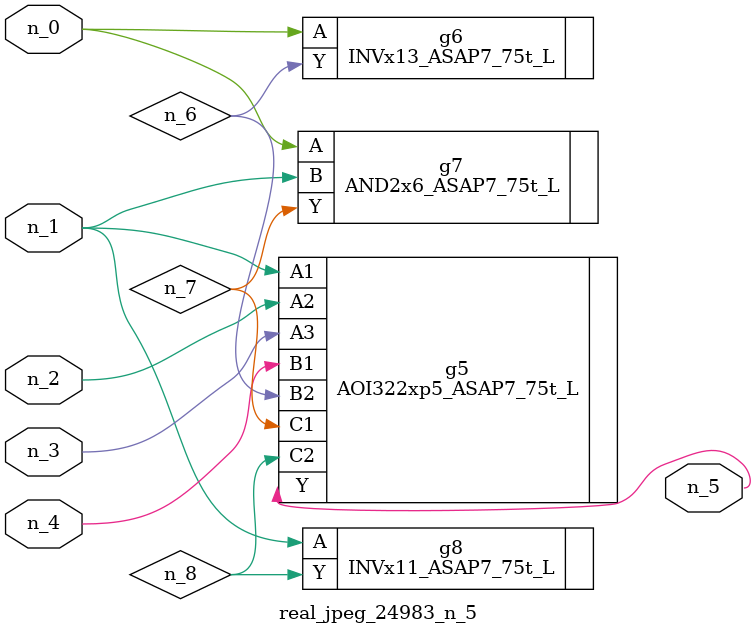
<source format=v>
module real_jpeg_24983_n_5 (n_4, n_0, n_1, n_2, n_3, n_5);

input n_4;
input n_0;
input n_1;
input n_2;
input n_3;

output n_5;

wire n_8;
wire n_6;
wire n_7;

INVx13_ASAP7_75t_L g6 ( 
.A(n_0),
.Y(n_6)
);

AND2x6_ASAP7_75t_L g7 ( 
.A(n_0),
.B(n_1),
.Y(n_7)
);

AOI322xp5_ASAP7_75t_L g5 ( 
.A1(n_1),
.A2(n_2),
.A3(n_3),
.B1(n_4),
.B2(n_6),
.C1(n_7),
.C2(n_8),
.Y(n_5)
);

INVx11_ASAP7_75t_L g8 ( 
.A(n_1),
.Y(n_8)
);


endmodule
</source>
